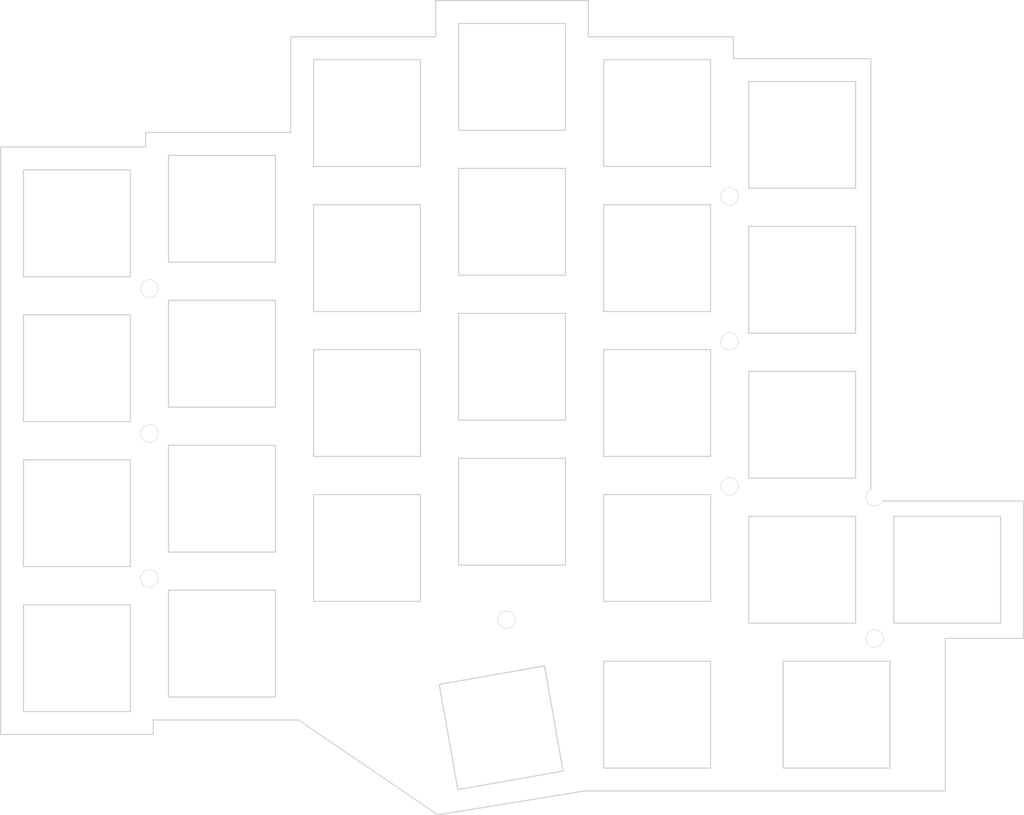
<source format=kicad_pcb>
(kicad_pcb (version 20240108) (generator "ergogen") (generator_version "4.2.1")
  (title_block (title "switchplate_tb") (date "2026-01-09") (rev "1") (company "Scybin"))
  (layers (0 "F.Cu" signal) (31 "B.Cu" signal) (34 "B.Paste" user) (35 "F.Paste" user) (36 "B.SilkS" user "B.Silkscreen") (37 "F.SilkS" user "F.Silkscreen") (38 "B.Mask" user) (39 "F.Mask" user) (44 "Edge.Cuts" user))
  (net 0 "")
  (footprint "ceoloide:mounting_hole_npth" (layer "F.Cu") (at 109.5 101.55 0)
    (property "Reference" "MH1" hide)
    (pad "" np_thru_hole circle (at 0 0 0) (size 2.2 2.2) (drill 2.2) (layers "*.Cu" "*.Mask"))
  )
  (footprint "ceoloide:mounting_hole_npth" (layer "F.Cu") (at 109.5 120.55 0)
    (property "Reference" "MH2" hide)
    (pad "" np_thru_hole circle (at 0 0 0) (size 2.2 2.2) (drill 2.2) (layers "*.Cu" "*.Mask"))
  )
  (footprint "ceoloide:mounting_hole_npth" (layer "F.Cu") (at 109.5 139.55 0)
    (property "Reference" "MH3" hide)
    (pad "" np_thru_hole circle (at 0 0 0) (size 2.2 2.2) (drill 2.2) (layers "*.Cu" "*.Mask"))
  )
  (footprint "ceoloide:mounting_hole_npth" (layer "F.Cu") (at 156.2875 144.965 0)
    (property "Reference" "MH4" hide)
    (pad "" np_thru_hole circle (at 0 0 0) (size 2.2 2.2) (drill 2.2) (layers "*.Cu" "*.Mask"))
  )
  (footprint "ceoloide:mounting_hole_npth" (layer "F.Cu") (at 185.5 89.485 0)
    (property "Reference" "MH5" hide)
    (pad "" np_thru_hole circle (at 0 0 0) (size 2.2 2.2) (drill 2.2) (layers "*.Cu" "*.Mask"))
  )
  (footprint "ceoloide:mounting_hole_npth" (layer "F.Cu") (at 185.5 108.485 0)
    (property "Reference" "MH6" hide)
    (pad "" np_thru_hole circle (at 0 0 0) (size 2.2 2.2) (drill 2.2) (layers "*.Cu" "*.Mask"))
  )
  (footprint "ceoloide:mounting_hole_npth" (layer "F.Cu") (at 185.5 127.485 0)
    (property "Reference" "MH7" hide)
    (pad "" np_thru_hole circle (at 0 0 0) (size 2.2 2.2) (drill 2.2) (layers "*.Cu" "*.Mask"))
  )
  (footprint "ceoloide:mounting_hole_npth" (layer "F.Cu") (at 204.5 128.91 0)
    (property "Reference" "MH8" hide)
    (pad "" np_thru_hole circle (at 0 0 0) (size 2.2 2.2) (drill 2.2) (layers "*.Cu" "*.Mask"))
  )
  (footprint "ceoloide:mounting_hole_npth" (layer "F.Cu") (at 204.5 147.41 0)
    (property "Reference" "MH9" hide)
    (pad "" np_thru_hole circle (at 0 0 0) (size 2.2 2.2) (drill 2.2) (layers "*.Cu" "*.Mask"))
  )
  (gr_line (start 90 160) (end 90 83) (layer Edge.Cuts) (stroke (width 0.15)))
  (gr_line (start 90 83) (end 109 83) (layer Edge.Cuts) (stroke (width 0.15)))
  (gr_line (start 109 83) (end 109 81.1) (layer Edge.Cuts) (stroke (width 0.15)))
  (gr_line (start 109 81.1) (end 128 81.1) (layer Edge.Cuts) (stroke (width 0.15)))
  (gr_line (start 128 81.1) (end 128 68.56) (layer Edge.Cuts) (stroke (width 0.15)))
  (gr_line (start 128 68.56) (end 147 68.56) (layer Edge.Cuts) (stroke (width 0.15)))
  (gr_line (start 147 68.56) (end 147 63.81) (layer Edge.Cuts) (stroke (width 0.15)))
  (gr_line (start 147 63.81) (end 167 63.81) (layer Edge.Cuts) (stroke (width 0.15)))
  (gr_line (start 167 63.81) (end 167 68.56) (layer Edge.Cuts) (stroke (width 0.15)))
  (gr_line (start 167 68.56) (end 186 68.56) (layer Edge.Cuts) (stroke (width 0.15)))
  (gr_line (start 186 68.56) (end 186 71.41) (layer Edge.Cuts) (stroke (width 0.15)))
  (gr_line (start 186 71.41) (end 204 71.41) (layer Edge.Cuts) (stroke (width 0.15)))
  (gr_line (start 204 127.9302041) (end 204 71.41) (layer Edge.Cuts) (stroke (width 0.15)))
  (gr_line (start 205.4797959 129.41) (end 224 129.41) (layer Edge.Cuts) (stroke (width 0.15)))
  (gr_line (start 224 129.41) (end 224 147.41) (layer Edge.Cuts) (stroke (width 0.15)))
  (gr_line (start 224 147.41) (end 213.75 147.41) (layer Edge.Cuts) (stroke (width 0.15)))
  (gr_line (start 213.75 147.41) (end 213.75 167.41) (layer Edge.Cuts) (stroke (width 0.15)))
  (gr_line (start 166.5 167.41) (end 213.75 167.41) (layer Edge.Cuts) (stroke (width 0.15)))
  (gr_line (start 166.5 167.41) (end 147.27429049999998 170.5419278) (layer Edge.Cuts) (stroke (width 0.15)))
  (gr_line (start 147.27429049999998 170.5419278) (end 129 158.1) (layer Edge.Cuts) (stroke (width 0.15)))
  (gr_line (start 129 158.1) (end 110 158.1) (layer Edge.Cuts) (stroke (width 0.15)))
  (gr_line (start 110 158.1) (end 110 160) (layer Edge.Cuts) (stroke (width 0.15)))
  (gr_line (start 110 160) (end 90 160) (layer Edge.Cuts) (stroke (width 0.15)))
  (gr_line (start 93 157) (end 107 157) (layer Edge.Cuts) (stroke (width 0.15)))
  (gr_line (start 107 157) (end 107 143) (layer Edge.Cuts) (stroke (width 0.15)))
  (gr_line (start 107 143) (end 93 143) (layer Edge.Cuts) (stroke (width 0.15)))
  (gr_line (start 93 143) (end 93 157) (layer Edge.Cuts) (stroke (width 0.15)))
  (gr_line (start 93 138) (end 107 138) (layer Edge.Cuts) (stroke (width 0.15)))
  (gr_line (start 107 138) (end 107 124) (layer Edge.Cuts) (stroke (width 0.15)))
  (gr_line (start 107 124) (end 93 124) (layer Edge.Cuts) (stroke (width 0.15)))
  (gr_line (start 93 124) (end 93 138) (layer Edge.Cuts) (stroke (width 0.15)))
  (gr_line (start 93 119) (end 107 119) (layer Edge.Cuts) (stroke (width 0.15)))
  (gr_line (start 107 119) (end 107 105) (layer Edge.Cuts) (stroke (width 0.15)))
  (gr_line (start 107 105) (end 93 105) (layer Edge.Cuts) (stroke (width 0.15)))
  (gr_line (start 93 105) (end 93 119) (layer Edge.Cuts) (stroke (width 0.15)))
  (gr_line (start 93 100) (end 107 100) (layer Edge.Cuts) (stroke (width 0.15)))
  (gr_line (start 107 100) (end 107 86) (layer Edge.Cuts) (stroke (width 0.15)))
  (gr_line (start 107 86) (end 93 86) (layer Edge.Cuts) (stroke (width 0.15)))
  (gr_line (start 93 86) (end 93 100) (layer Edge.Cuts) (stroke (width 0.15)))
  (gr_line (start 112 155.1) (end 126 155.1) (layer Edge.Cuts) (stroke (width 0.15)))
  (gr_line (start 126 155.1) (end 126 141.1) (layer Edge.Cuts) (stroke (width 0.15)))
  (gr_line (start 126 141.1) (end 112 141.1) (layer Edge.Cuts) (stroke (width 0.15)))
  (gr_line (start 112 141.1) (end 112 155.1) (layer Edge.Cuts) (stroke (width 0.15)))
  (gr_line (start 112 136.1) (end 126 136.1) (layer Edge.Cuts) (stroke (width 0.15)))
  (gr_line (start 126 136.1) (end 126 122.1) (layer Edge.Cuts) (stroke (width 0.15)))
  (gr_line (start 126 122.1) (end 112 122.1) (layer Edge.Cuts) (stroke (width 0.15)))
  (gr_line (start 112 122.1) (end 112 136.1) (layer Edge.Cuts) (stroke (width 0.15)))
  (gr_line (start 112 117.1) (end 126 117.1) (layer Edge.Cuts) (stroke (width 0.15)))
  (gr_line (start 126 117.1) (end 126 103.1) (layer Edge.Cuts) (stroke (width 0.15)))
  (gr_line (start 126 103.1) (end 112 103.1) (layer Edge.Cuts) (stroke (width 0.15)))
  (gr_line (start 112 103.1) (end 112 117.1) (layer Edge.Cuts) (stroke (width 0.15)))
  (gr_line (start 112 98.1) (end 126 98.1) (layer Edge.Cuts) (stroke (width 0.15)))
  (gr_line (start 126 98.1) (end 126 84.1) (layer Edge.Cuts) (stroke (width 0.15)))
  (gr_line (start 126 84.1) (end 112 84.1) (layer Edge.Cuts) (stroke (width 0.15)))
  (gr_line (start 112 84.1) (end 112 98.1) (layer Edge.Cuts) (stroke (width 0.15)))
  (gr_line (start 131 142.56) (end 145 142.56) (layer Edge.Cuts) (stroke (width 0.15)))
  (gr_line (start 145 142.56) (end 145 128.56) (layer Edge.Cuts) (stroke (width 0.15)))
  (gr_line (start 145 128.56) (end 131 128.56) (layer Edge.Cuts) (stroke (width 0.15)))
  (gr_line (start 131 128.56) (end 131 142.56) (layer Edge.Cuts) (stroke (width 0.15)))
  (gr_line (start 131 123.56) (end 145 123.56) (layer Edge.Cuts) (stroke (width 0.15)))
  (gr_line (start 145 123.56) (end 145 109.56) (layer Edge.Cuts) (stroke (width 0.15)))
  (gr_line (start 145 109.56) (end 131 109.56) (layer Edge.Cuts) (stroke (width 0.15)))
  (gr_line (start 131 109.56) (end 131 123.56) (layer Edge.Cuts) (stroke (width 0.15)))
  (gr_line (start 131 104.56) (end 145 104.56) (layer Edge.Cuts) (stroke (width 0.15)))
  (gr_line (start 145 104.56) (end 145 90.56) (layer Edge.Cuts) (stroke (width 0.15)))
  (gr_line (start 145 90.56) (end 131 90.56) (layer Edge.Cuts) (stroke (width 0.15)))
  (gr_line (start 131 90.56) (end 131 104.56) (layer Edge.Cuts) (stroke (width 0.15)))
  (gr_line (start 131 85.56) (end 145 85.56) (layer Edge.Cuts) (stroke (width 0.15)))
  (gr_line (start 145 85.56) (end 145 71.56) (layer Edge.Cuts) (stroke (width 0.15)))
  (gr_line (start 145 71.56) (end 131 71.56) (layer Edge.Cuts) (stroke (width 0.15)))
  (gr_line (start 131 71.56) (end 131 85.56) (layer Edge.Cuts) (stroke (width 0.15)))
  (gr_line (start 150 137.81) (end 164 137.81) (layer Edge.Cuts) (stroke (width 0.15)))
  (gr_line (start 164 137.81) (end 164 123.81) (layer Edge.Cuts) (stroke (width 0.15)))
  (gr_line (start 164 123.81) (end 150 123.81) (layer Edge.Cuts) (stroke (width 0.15)))
  (gr_line (start 150 123.81) (end 150 137.81) (layer Edge.Cuts) (stroke (width 0.15)))
  (gr_line (start 150 118.81) (end 164 118.81) (layer Edge.Cuts) (stroke (width 0.15)))
  (gr_line (start 164 118.81) (end 164 104.81) (layer Edge.Cuts) (stroke (width 0.15)))
  (gr_line (start 164 104.81) (end 150 104.81) (layer Edge.Cuts) (stroke (width 0.15)))
  (gr_line (start 150 104.81) (end 150 118.81) (layer Edge.Cuts) (stroke (width 0.15)))
  (gr_line (start 150 99.81) (end 164 99.81) (layer Edge.Cuts) (stroke (width 0.15)))
  (gr_line (start 164 99.81) (end 164 85.81) (layer Edge.Cuts) (stroke (width 0.15)))
  (gr_line (start 164 85.81) (end 150 85.81) (layer Edge.Cuts) (stroke (width 0.15)))
  (gr_line (start 150 85.81) (end 150 99.81) (layer Edge.Cuts) (stroke (width 0.15)))
  (gr_line (start 150 80.81) (end 164 80.81) (layer Edge.Cuts) (stroke (width 0.15)))
  (gr_line (start 164 80.81) (end 164 66.81) (layer Edge.Cuts) (stroke (width 0.15)))
  (gr_line (start 164 66.81) (end 150 66.81) (layer Edge.Cuts) (stroke (width 0.15)))
  (gr_line (start 150 66.81) (end 150 80.81) (layer Edge.Cuts) (stroke (width 0.15)))
  (gr_line (start 169 142.56) (end 183 142.56) (layer Edge.Cuts) (stroke (width 0.15)))
  (gr_line (start 183 142.56) (end 183 128.56) (layer Edge.Cuts) (stroke (width 0.15)))
  (gr_line (start 183 128.56) (end 169 128.56) (layer Edge.Cuts) (stroke (width 0.15)))
  (gr_line (start 169 128.56) (end 169 142.56) (layer Edge.Cuts) (stroke (width 0.15)))
  (gr_line (start 169 123.56) (end 183 123.56) (layer Edge.Cuts) (stroke (width 0.15)))
  (gr_line (start 183 123.56) (end 183 109.56) (layer Edge.Cuts) (stroke (width 0.15)))
  (gr_line (start 183 109.56) (end 169 109.56) (layer Edge.Cuts) (stroke (width 0.15)))
  (gr_line (start 169 109.56) (end 169 123.56) (layer Edge.Cuts) (stroke (width 0.15)))
  (gr_line (start 169 104.56) (end 183 104.56) (layer Edge.Cuts) (stroke (width 0.15)))
  (gr_line (start 183 104.56) (end 183 90.56) (layer Edge.Cuts) (stroke (width 0.15)))
  (gr_line (start 183 90.56) (end 169 90.56) (layer Edge.Cuts) (stroke (width 0.15)))
  (gr_line (start 169 90.56) (end 169 104.56) (layer Edge.Cuts) (stroke (width 0.15)))
  (gr_line (start 169 85.56) (end 183 85.56) (layer Edge.Cuts) (stroke (width 0.15)))
  (gr_line (start 183 85.56) (end 183 71.56) (layer Edge.Cuts) (stroke (width 0.15)))
  (gr_line (start 183 71.56) (end 169 71.56) (layer Edge.Cuts) (stroke (width 0.15)))
  (gr_line (start 169 71.56) (end 169 85.56) (layer Edge.Cuts) (stroke (width 0.15)))
  (gr_line (start 188 145.41) (end 202 145.41) (layer Edge.Cuts) (stroke (width 0.15)))
  (gr_line (start 202 145.41) (end 202 131.41) (layer Edge.Cuts) (stroke (width 0.15)))
  (gr_line (start 202 131.41) (end 188 131.41) (layer Edge.Cuts) (stroke (width 0.15)))
  (gr_line (start 188 131.41) (end 188 145.41) (layer Edge.Cuts) (stroke (width 0.15)))
  (gr_line (start 188 126.41) (end 202 126.41) (layer Edge.Cuts) (stroke (width 0.15)))
  (gr_line (start 202 126.41) (end 202 112.41) (layer Edge.Cuts) (stroke (width 0.15)))
  (gr_line (start 202 112.41) (end 188 112.41) (layer Edge.Cuts) (stroke (width 0.15)))
  (gr_line (start 188 112.41) (end 188 126.41) (layer Edge.Cuts) (stroke (width 0.15)))
  (gr_line (start 188 107.41) (end 202 107.41) (layer Edge.Cuts) (stroke (width 0.15)))
  (gr_line (start 202 107.41) (end 202 93.41) (layer Edge.Cuts) (stroke (width 0.15)))
  (gr_line (start 202 93.41) (end 188 93.41) (layer Edge.Cuts) (stroke (width 0.15)))
  (gr_line (start 188 93.41) (end 188 107.41) (layer Edge.Cuts) (stroke (width 0.15)))
  (gr_line (start 188 88.41) (end 202 88.41) (layer Edge.Cuts) (stroke (width 0.15)))
  (gr_line (start 202 88.41) (end 202 74.41) (layer Edge.Cuts) (stroke (width 0.15)))
  (gr_line (start 202 74.41) (end 188 74.41) (layer Edge.Cuts) (stroke (width 0.15)))
  (gr_line (start 188 74.41) (end 188 88.41) (layer Edge.Cuts) (stroke (width 0.15)))
  (gr_line (start 149.896883 167.2291915) (end 163.6841915 164.798117) (layer Edge.Cuts) (stroke (width 0.15)))
  (gr_line (start 163.6841915 164.798117) (end 161.25311699999997 151.0108085) (layer Edge.Cuts) (stroke (width 0.15)))
  (gr_line (start 161.25311699999997 151.0108085) (end 147.46580849999998 153.44188300000002) (layer Edge.Cuts) (stroke (width 0.15)))
  (gr_line (start 147.46580849999998 153.44188300000002) (end 149.896883 167.2291915) (layer Edge.Cuts) (stroke (width 0.15)))
  (gr_line (start 169 164.41) (end 183 164.41) (layer Edge.Cuts) (stroke (width 0.15)))
  (gr_line (start 183 164.41) (end 183 150.41) (layer Edge.Cuts) (stroke (width 0.15)))
  (gr_line (start 183 150.41) (end 169 150.41) (layer Edge.Cuts) (stroke (width 0.15)))
  (gr_line (start 169 150.41) (end 169 164.41) (layer Edge.Cuts) (stroke (width 0.15)))
  (gr_line (start 192.5 164.41) (end 206.5 164.41) (layer Edge.Cuts) (stroke (width 0.15)))
  (gr_line (start 206.5 164.41) (end 206.5 150.41) (layer Edge.Cuts) (stroke (width 0.15)))
  (gr_line (start 206.5 150.41) (end 192.5 150.41) (layer Edge.Cuts) (stroke (width 0.15)))
  (gr_line (start 192.5 150.41) (end 192.5 164.41) (layer Edge.Cuts) (stroke (width 0.15)))
  (gr_line (start 207 145.41) (end 221 145.41) (layer Edge.Cuts) (stroke (width 0.15)))
  (gr_line (start 221 145.41) (end 221 131.41) (layer Edge.Cuts) (stroke (width 0.15)))
  (gr_line (start 221 131.41) (end 207 131.41) (layer Edge.Cuts) (stroke (width 0.15)))
  (gr_line (start 207 131.41) (end 207 145.41) (layer Edge.Cuts) (stroke (width 0.15)))
  (gr_circle (center 109.5 101.55) (end 110.6 101.55) (layer Edge.Cuts) (stroke (width 0.15)) (fill none))
  (gr_circle (center 109.5 120.55) (end 110.6 120.55) (layer Edge.Cuts) (stroke (width 0.15)) (fill none))
  (gr_circle (center 109.5 139.55) (end 110.6 139.55) (layer Edge.Cuts) (stroke (width 0.15)) (fill none))
  (gr_circle (center 156.2875 144.965) (end 157.3875 144.965) (layer Edge.Cuts) (stroke (width 0.15)) (fill none))
  (gr_circle (center 185.5 89.485) (end 186.6 89.485) (layer Edge.Cuts) (stroke (width 0.15)) (fill none))
  (gr_circle (center 185.5 108.485) (end 186.6 108.485) (layer Edge.Cuts) (stroke (width 0.15)) (fill none))
  (gr_circle (center 185.5 127.485) (end 186.6 127.485) (layer Edge.Cuts) (stroke (width 0.15)) (fill none))
  (gr_arc (start 204 127.9302041) (mid 203.7221825 129.6878175) (end 205.4797959 129.41) (layer Edge.Cuts) (stroke (width 0.15)))
  (gr_circle (center 204.5 147.41) (end 205.6 147.41) (layer Edge.Cuts) (stroke (width 0.15)) (fill none))
)
</source>
